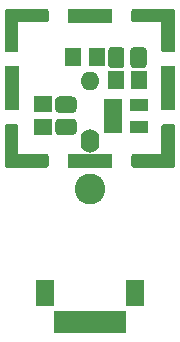
<source format=gbr>
G04 #@! TF.GenerationSoftware,KiCad,Pcbnew,(5.0.0)*
G04 #@! TF.CreationDate,2018-11-17T14:05:54+01:00*
G04 #@! TF.ProjectId,refPhotoDiode_MDversion,72656650686F746F44696F64655F4D44,rev?*
G04 #@! TF.SameCoordinates,Original*
G04 #@! TF.FileFunction,Soldermask,Bot*
G04 #@! TF.FilePolarity,Negative*
%FSLAX46Y46*%
G04 Gerber Fmt 4.6, Leading zero omitted, Abs format (unit mm)*
G04 Created by KiCad (PCBNEW (5.0.0)) date 11/17/18 14:05:54*
%MOMM*%
%LPD*%
G01*
G04 APERTURE LIST*
%ADD10R,1.400000X1.650000*%
%ADD11C,0.100000*%
%ADD12C,1.375000*%
%ADD13R,3.700000X1.150000*%
%ADD14R,1.150000X3.700000*%
%ADD15C,0.750000*%
%ADD16R,1.500000X1.000000*%
%ADD17R,1.650000X1.400000*%
%ADD18O,1.600000X2.000000*%
%ADD19O,1.600000X1.600000*%
%ADD20C,2.600000*%
%ADD21R,1.000000X1.950000*%
%ADD22R,1.600000X2.200000*%
G04 APERTURE END LIST*
D10*
G04 #@! TO.C,C3*
X154170000Y-85815000D03*
X152170000Y-85815000D03*
G04 #@! TD*
D11*
G04 #@! TO.C,L1*
G36*
X152609943Y-83006655D02*
X152643312Y-83011605D01*
X152676035Y-83019802D01*
X152707797Y-83031166D01*
X152738293Y-83045590D01*
X152767227Y-83062932D01*
X152794323Y-83083028D01*
X152819318Y-83105682D01*
X152841972Y-83130677D01*
X152862068Y-83157773D01*
X152879410Y-83186707D01*
X152893834Y-83217203D01*
X152905198Y-83248965D01*
X152913395Y-83281688D01*
X152918345Y-83315057D01*
X152920000Y-83348750D01*
X152920000Y-84461250D01*
X152918345Y-84494943D01*
X152913395Y-84528312D01*
X152905198Y-84561035D01*
X152893834Y-84592797D01*
X152879410Y-84623293D01*
X152862068Y-84652227D01*
X152841972Y-84679323D01*
X152819318Y-84704318D01*
X152794323Y-84726972D01*
X152767227Y-84747068D01*
X152738293Y-84764410D01*
X152707797Y-84778834D01*
X152676035Y-84790198D01*
X152643312Y-84798395D01*
X152609943Y-84803345D01*
X152576250Y-84805000D01*
X151888750Y-84805000D01*
X151855057Y-84803345D01*
X151821688Y-84798395D01*
X151788965Y-84790198D01*
X151757203Y-84778834D01*
X151726707Y-84764410D01*
X151697773Y-84747068D01*
X151670677Y-84726972D01*
X151645682Y-84704318D01*
X151623028Y-84679323D01*
X151602932Y-84652227D01*
X151585590Y-84623293D01*
X151571166Y-84592797D01*
X151559802Y-84561035D01*
X151551605Y-84528312D01*
X151546655Y-84494943D01*
X151545000Y-84461250D01*
X151545000Y-83348750D01*
X151546655Y-83315057D01*
X151551605Y-83281688D01*
X151559802Y-83248965D01*
X151571166Y-83217203D01*
X151585590Y-83186707D01*
X151602932Y-83157773D01*
X151623028Y-83130677D01*
X151645682Y-83105682D01*
X151670677Y-83083028D01*
X151697773Y-83062932D01*
X151726707Y-83045590D01*
X151757203Y-83031166D01*
X151788965Y-83019802D01*
X151821688Y-83011605D01*
X151855057Y-83006655D01*
X151888750Y-83005000D01*
X152576250Y-83005000D01*
X152609943Y-83006655D01*
X152609943Y-83006655D01*
G37*
D12*
X152232500Y-83905000D03*
D11*
G36*
X154484943Y-83006655D02*
X154518312Y-83011605D01*
X154551035Y-83019802D01*
X154582797Y-83031166D01*
X154613293Y-83045590D01*
X154642227Y-83062932D01*
X154669323Y-83083028D01*
X154694318Y-83105682D01*
X154716972Y-83130677D01*
X154737068Y-83157773D01*
X154754410Y-83186707D01*
X154768834Y-83217203D01*
X154780198Y-83248965D01*
X154788395Y-83281688D01*
X154793345Y-83315057D01*
X154795000Y-83348750D01*
X154795000Y-84461250D01*
X154793345Y-84494943D01*
X154788395Y-84528312D01*
X154780198Y-84561035D01*
X154768834Y-84592797D01*
X154754410Y-84623293D01*
X154737068Y-84652227D01*
X154716972Y-84679323D01*
X154694318Y-84704318D01*
X154669323Y-84726972D01*
X154642227Y-84747068D01*
X154613293Y-84764410D01*
X154582797Y-84778834D01*
X154551035Y-84790198D01*
X154518312Y-84798395D01*
X154484943Y-84803345D01*
X154451250Y-84805000D01*
X153763750Y-84805000D01*
X153730057Y-84803345D01*
X153696688Y-84798395D01*
X153663965Y-84790198D01*
X153632203Y-84778834D01*
X153601707Y-84764410D01*
X153572773Y-84747068D01*
X153545677Y-84726972D01*
X153520682Y-84704318D01*
X153498028Y-84679323D01*
X153477932Y-84652227D01*
X153460590Y-84623293D01*
X153446166Y-84592797D01*
X153434802Y-84561035D01*
X153426605Y-84528312D01*
X153421655Y-84494943D01*
X153420000Y-84461250D01*
X153420000Y-83348750D01*
X153421655Y-83315057D01*
X153426605Y-83281688D01*
X153434802Y-83248965D01*
X153446166Y-83217203D01*
X153460590Y-83186707D01*
X153477932Y-83157773D01*
X153498028Y-83130677D01*
X153520682Y-83105682D01*
X153545677Y-83083028D01*
X153572773Y-83062932D01*
X153601707Y-83045590D01*
X153632203Y-83031166D01*
X153663965Y-83019802D01*
X153696688Y-83011605D01*
X153730057Y-83006655D01*
X153763750Y-83005000D01*
X154451250Y-83005000D01*
X154484943Y-83006655D01*
X154484943Y-83006655D01*
G37*
D12*
X154107500Y-83905000D03*
G04 #@! TD*
D13*
G04 #@! TO.C,U2*
X150000000Y-80350000D03*
X150000000Y-92650000D03*
D14*
X143370000Y-86500000D03*
X156630000Y-86500000D03*
D15*
X155355000Y-80350000D03*
D11*
G36*
X157201157Y-83314018D02*
X157189776Y-83351537D01*
X157171294Y-83386114D01*
X157146421Y-83416421D01*
X157116114Y-83441294D01*
X157081537Y-83459776D01*
X157044018Y-83471157D01*
X157005000Y-83475000D01*
X156255000Y-83475000D01*
X156215982Y-83471157D01*
X156178463Y-83459776D01*
X156143886Y-83441294D01*
X156113579Y-83416421D01*
X156088706Y-83386114D01*
X156070224Y-83351537D01*
X156058843Y-83314018D01*
X156055000Y-83275000D01*
X156055000Y-80925000D01*
X153705000Y-80925000D01*
X153665982Y-80921157D01*
X153628463Y-80909776D01*
X153593886Y-80891294D01*
X153563579Y-80866421D01*
X153538706Y-80836114D01*
X153520224Y-80801537D01*
X153508843Y-80764018D01*
X153505000Y-80725000D01*
X153505000Y-79975000D01*
X153508843Y-79935982D01*
X153520224Y-79898463D01*
X153538706Y-79863886D01*
X153563579Y-79833579D01*
X153593886Y-79808706D01*
X153628463Y-79790224D01*
X153665982Y-79778843D01*
X153705000Y-79775000D01*
X157005000Y-79775000D01*
X157044018Y-79778843D01*
X157081537Y-79790224D01*
X157116114Y-79808706D01*
X157146421Y-79833579D01*
X157171294Y-79863886D01*
X157189776Y-79898463D01*
X157201157Y-79935982D01*
X157205000Y-79975000D01*
X157205000Y-83275000D01*
X157201157Y-83314018D01*
X157201157Y-83314018D01*
G37*
D15*
X144645000Y-92650000D03*
D11*
G36*
X142798843Y-89685982D02*
X142810224Y-89648463D01*
X142828706Y-89613886D01*
X142853579Y-89583579D01*
X142883886Y-89558706D01*
X142918463Y-89540224D01*
X142955982Y-89528843D01*
X142995000Y-89525000D01*
X143745000Y-89525000D01*
X143784018Y-89528843D01*
X143821537Y-89540224D01*
X143856114Y-89558706D01*
X143886421Y-89583579D01*
X143911294Y-89613886D01*
X143929776Y-89648463D01*
X143941157Y-89685982D01*
X143945000Y-89725000D01*
X143945000Y-92075000D01*
X146295000Y-92075000D01*
X146334018Y-92078843D01*
X146371537Y-92090224D01*
X146406114Y-92108706D01*
X146436421Y-92133579D01*
X146461294Y-92163886D01*
X146479776Y-92198463D01*
X146491157Y-92235982D01*
X146495000Y-92275000D01*
X146495000Y-93025000D01*
X146491157Y-93064018D01*
X146479776Y-93101537D01*
X146461294Y-93136114D01*
X146436421Y-93166421D01*
X146406114Y-93191294D01*
X146371537Y-93209776D01*
X146334018Y-93221157D01*
X146295000Y-93225000D01*
X142995000Y-93225000D01*
X142955982Y-93221157D01*
X142918463Y-93209776D01*
X142883886Y-93191294D01*
X142853579Y-93166421D01*
X142828706Y-93136114D01*
X142810224Y-93101537D01*
X142798843Y-93064018D01*
X142795000Y-93025000D01*
X142795000Y-89725000D01*
X142798843Y-89685982D01*
X142798843Y-89685982D01*
G37*
D15*
X143370000Y-81625000D03*
D11*
G36*
X146334018Y-79778843D02*
X146371537Y-79790224D01*
X146406114Y-79808706D01*
X146436421Y-79833579D01*
X146461294Y-79863886D01*
X146479776Y-79898463D01*
X146491157Y-79935982D01*
X146495000Y-79975000D01*
X146495000Y-80725000D01*
X146491157Y-80764018D01*
X146479776Y-80801537D01*
X146461294Y-80836114D01*
X146436421Y-80866421D01*
X146406114Y-80891294D01*
X146371537Y-80909776D01*
X146334018Y-80921157D01*
X146295000Y-80925000D01*
X143945000Y-80925000D01*
X143945000Y-83275000D01*
X143941157Y-83314018D01*
X143929776Y-83351537D01*
X143911294Y-83386114D01*
X143886421Y-83416421D01*
X143856114Y-83441294D01*
X143821537Y-83459776D01*
X143784018Y-83471157D01*
X143745000Y-83475000D01*
X142995000Y-83475000D01*
X142955982Y-83471157D01*
X142918463Y-83459776D01*
X142883886Y-83441294D01*
X142853579Y-83416421D01*
X142828706Y-83386114D01*
X142810224Y-83351537D01*
X142798843Y-83314018D01*
X142795000Y-83275000D01*
X142795000Y-79975000D01*
X142798843Y-79935982D01*
X142810224Y-79898463D01*
X142828706Y-79863886D01*
X142853579Y-79833579D01*
X142883886Y-79808706D01*
X142918463Y-79790224D01*
X142955982Y-79778843D01*
X142995000Y-79775000D01*
X146295000Y-79775000D01*
X146334018Y-79778843D01*
X146334018Y-79778843D01*
G37*
D15*
X156630000Y-91375000D03*
D11*
G36*
X153665982Y-93221157D02*
X153628463Y-93209776D01*
X153593886Y-93191294D01*
X153563579Y-93166421D01*
X153538706Y-93136114D01*
X153520224Y-93101537D01*
X153508843Y-93064018D01*
X153505000Y-93025000D01*
X153505000Y-92275000D01*
X153508843Y-92235982D01*
X153520224Y-92198463D01*
X153538706Y-92163886D01*
X153563579Y-92133579D01*
X153593886Y-92108706D01*
X153628463Y-92090224D01*
X153665982Y-92078843D01*
X153705000Y-92075000D01*
X156055000Y-92075000D01*
X156055000Y-89725000D01*
X156058843Y-89685982D01*
X156070224Y-89648463D01*
X156088706Y-89613886D01*
X156113579Y-89583579D01*
X156143886Y-89558706D01*
X156178463Y-89540224D01*
X156215982Y-89528843D01*
X156255000Y-89525000D01*
X157005000Y-89525000D01*
X157044018Y-89528843D01*
X157081537Y-89540224D01*
X157116114Y-89558706D01*
X157146421Y-89583579D01*
X157171294Y-89613886D01*
X157189776Y-89648463D01*
X157201157Y-89685982D01*
X157205000Y-89725000D01*
X157205000Y-93025000D01*
X157201157Y-93064018D01*
X157189776Y-93101537D01*
X157171294Y-93136114D01*
X157146421Y-93166421D01*
X157116114Y-93191294D01*
X157081537Y-93209776D01*
X157044018Y-93221157D01*
X157005000Y-93225000D01*
X153705000Y-93225000D01*
X153665982Y-93221157D01*
X153665982Y-93221157D01*
G37*
G04 #@! TD*
D16*
G04 #@! TO.C,U1*
X151950000Y-89800000D03*
X151950000Y-87900000D03*
X151950000Y-88850000D03*
X154150000Y-87900000D03*
X154150000Y-89800000D03*
G04 #@! TD*
D10*
G04 #@! TO.C,C2*
X148560000Y-83885000D03*
X150560000Y-83885000D03*
G04 #@! TD*
D17*
G04 #@! TO.C,C1*
X146061528Y-87828852D03*
X146061528Y-89828852D03*
G04 #@! TD*
D18*
G04 #@! TO.C,D1*
X150000000Y-91000000D03*
D19*
X150000000Y-85920000D03*
G04 #@! TD*
D11*
G04 #@! TO.C,R1*
G36*
X148551471Y-89080507D02*
X148584840Y-89085457D01*
X148617563Y-89093654D01*
X148649325Y-89105018D01*
X148679821Y-89119442D01*
X148708755Y-89136784D01*
X148735851Y-89156880D01*
X148760846Y-89179534D01*
X148783500Y-89204529D01*
X148803596Y-89231625D01*
X148820938Y-89260559D01*
X148835362Y-89291055D01*
X148846726Y-89322817D01*
X148854923Y-89355540D01*
X148859873Y-89388909D01*
X148861528Y-89422602D01*
X148861528Y-90110102D01*
X148859873Y-90143795D01*
X148854923Y-90177164D01*
X148846726Y-90209887D01*
X148835362Y-90241649D01*
X148820938Y-90272145D01*
X148803596Y-90301079D01*
X148783500Y-90328175D01*
X148760846Y-90353170D01*
X148735851Y-90375824D01*
X148708755Y-90395920D01*
X148679821Y-90413262D01*
X148649325Y-90427686D01*
X148617563Y-90439050D01*
X148584840Y-90447247D01*
X148551471Y-90452197D01*
X148517778Y-90453852D01*
X147405278Y-90453852D01*
X147371585Y-90452197D01*
X147338216Y-90447247D01*
X147305493Y-90439050D01*
X147273731Y-90427686D01*
X147243235Y-90413262D01*
X147214301Y-90395920D01*
X147187205Y-90375824D01*
X147162210Y-90353170D01*
X147139556Y-90328175D01*
X147119460Y-90301079D01*
X147102118Y-90272145D01*
X147087694Y-90241649D01*
X147076330Y-90209887D01*
X147068133Y-90177164D01*
X147063183Y-90143795D01*
X147061528Y-90110102D01*
X147061528Y-89422602D01*
X147063183Y-89388909D01*
X147068133Y-89355540D01*
X147076330Y-89322817D01*
X147087694Y-89291055D01*
X147102118Y-89260559D01*
X147119460Y-89231625D01*
X147139556Y-89204529D01*
X147162210Y-89179534D01*
X147187205Y-89156880D01*
X147214301Y-89136784D01*
X147243235Y-89119442D01*
X147273731Y-89105018D01*
X147305493Y-89093654D01*
X147338216Y-89085457D01*
X147371585Y-89080507D01*
X147405278Y-89078852D01*
X148517778Y-89078852D01*
X148551471Y-89080507D01*
X148551471Y-89080507D01*
G37*
D12*
X147961528Y-89766352D03*
D11*
G36*
X148551471Y-87205507D02*
X148584840Y-87210457D01*
X148617563Y-87218654D01*
X148649325Y-87230018D01*
X148679821Y-87244442D01*
X148708755Y-87261784D01*
X148735851Y-87281880D01*
X148760846Y-87304534D01*
X148783500Y-87329529D01*
X148803596Y-87356625D01*
X148820938Y-87385559D01*
X148835362Y-87416055D01*
X148846726Y-87447817D01*
X148854923Y-87480540D01*
X148859873Y-87513909D01*
X148861528Y-87547602D01*
X148861528Y-88235102D01*
X148859873Y-88268795D01*
X148854923Y-88302164D01*
X148846726Y-88334887D01*
X148835362Y-88366649D01*
X148820938Y-88397145D01*
X148803596Y-88426079D01*
X148783500Y-88453175D01*
X148760846Y-88478170D01*
X148735851Y-88500824D01*
X148708755Y-88520920D01*
X148679821Y-88538262D01*
X148649325Y-88552686D01*
X148617563Y-88564050D01*
X148584840Y-88572247D01*
X148551471Y-88577197D01*
X148517778Y-88578852D01*
X147405278Y-88578852D01*
X147371585Y-88577197D01*
X147338216Y-88572247D01*
X147305493Y-88564050D01*
X147273731Y-88552686D01*
X147243235Y-88538262D01*
X147214301Y-88520920D01*
X147187205Y-88500824D01*
X147162210Y-88478170D01*
X147139556Y-88453175D01*
X147119460Y-88426079D01*
X147102118Y-88397145D01*
X147087694Y-88366649D01*
X147076330Y-88334887D01*
X147068133Y-88302164D01*
X147063183Y-88268795D01*
X147061528Y-88235102D01*
X147061528Y-87547602D01*
X147063183Y-87513909D01*
X147068133Y-87480540D01*
X147076330Y-87447817D01*
X147087694Y-87416055D01*
X147102118Y-87385559D01*
X147119460Y-87356625D01*
X147139556Y-87329529D01*
X147162210Y-87304534D01*
X147187205Y-87281880D01*
X147214301Y-87261784D01*
X147243235Y-87244442D01*
X147273731Y-87230018D01*
X147305493Y-87218654D01*
X147338216Y-87210457D01*
X147371585Y-87205507D01*
X147405278Y-87203852D01*
X148517778Y-87203852D01*
X148551471Y-87205507D01*
X148551471Y-87205507D01*
G37*
D12*
X147961528Y-87891352D03*
G04 #@! TD*
D20*
G04 #@! TO.C,REF\002A\002A*
X150000000Y-95000000D03*
G04 #@! TD*
D21*
G04 #@! TO.C,J3*
X152500000Y-106325000D03*
X151500000Y-106325000D03*
X150500000Y-106325000D03*
X149500000Y-106325000D03*
X148500000Y-106325000D03*
X147500000Y-106325000D03*
D22*
X153800000Y-103800000D03*
X146200000Y-103800000D03*
G04 #@! TD*
M02*

</source>
